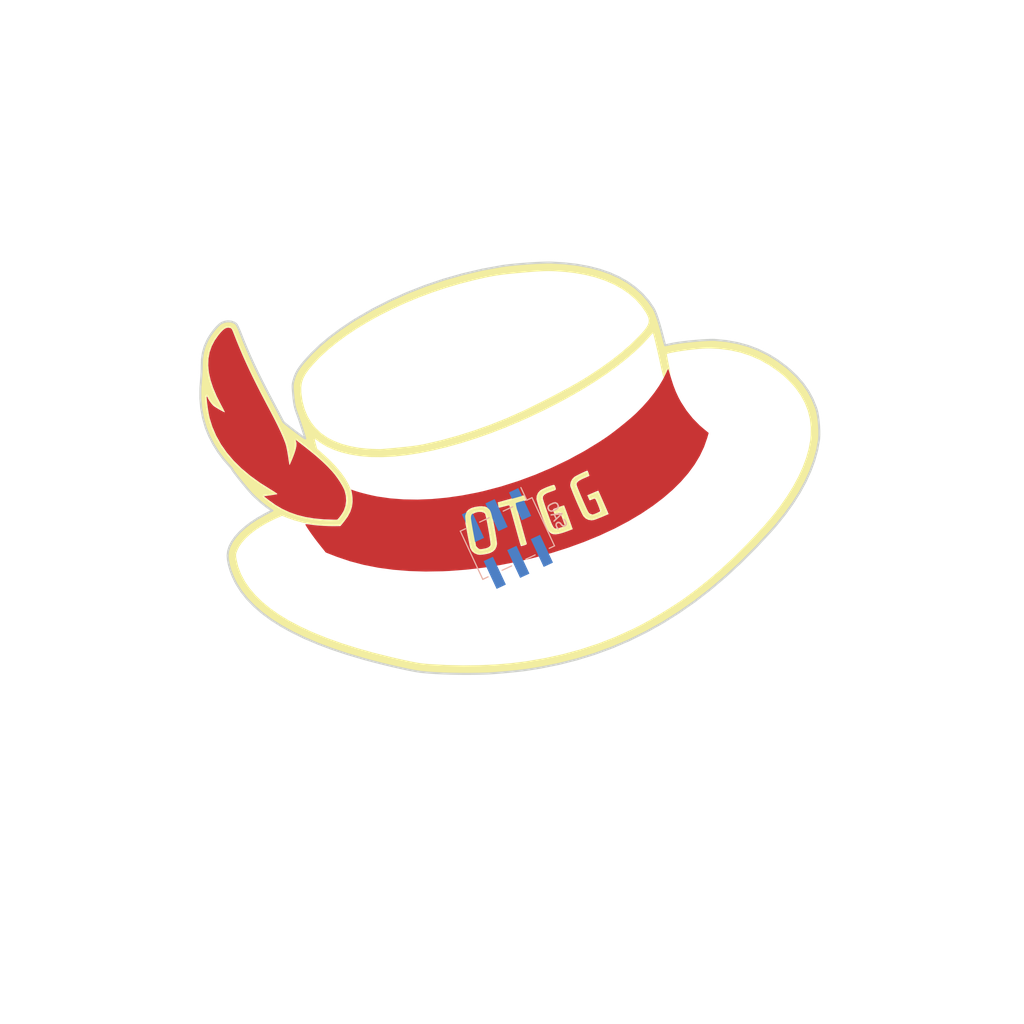
<source format=kicad_pcb>
(kicad_pcb (version 20221018) (generator pcbnew)
  (layers (0 "F.Cu" signal) (31 "B.Cu" signal) (34 "B.Paste" user) (35 "F.Paste" user) (36 "B.SilkS" user "B.Silkscreen") (37 "F.SilkS" user "F.Silkscreen") (38 "B.Mask" user) (39 "F.Mask" user) (44 "Edge.Cuts" user))
  (net 0 "")
  (footprint "LOGO" (layer "F.Cu") (at 150.22 95.66 5)
    (fp_text reference "G***" hide)
    (fp_text value "LOGO" hide)
    (fp_poly (pts (xy -3.577396 4.031966) (xy -3.386388 4.10255) (xy -3.260683 4.217419) (xy -3.25343 4.230067) (xy -3.228474 4.319986) (xy -3.199087 4.495494) (xy -3.16671 4.74) (xy -3.132784 5.036914) (xy -3.098748 5.369644) (xy -3.066043 5.7216) (xy -3.036111 6.076189) (xy -3.010391 6.416823) (xy -2.990324 6.726908) (xy -2.97735 6.989855) (xy -2.97291 7.189073) (xy -2.978445 7.307969) (xy -2.984253 7.330274) (xy -3.087443 7.458773) (xy -3.247241 7.547627) (xy -3.481126 7.604302) (xy -3.67941 7.627275) (xy -3.882811 7.642597) (xy -4.012656 7.641577) (xy -4.099709 7.617239) (xy -4.174737 7.562612) (xy -4.23869 7.500501) (xy -4.338076 7.384958) (xy -4.394397 7.288153) (xy -4.399175 7.265303) (xy -4.403936 7.194813) (xy -4.417347 7.03465) (xy -4.438103 6.79941) (xy -4.464898 6.50369) (xy -4.496426 6.162084) (xy -4.528847 5.816038) (xy -4.567968 5.394411) (xy -4.596665 5.064132) (xy -4.615401 4.812374) (xy -4.62464 4.626309) (xy -4.624844 4.493112) (xy -4.616476 4.399954) (xy -4.599999 4.334008) (xy -4.583687 4.29678) (xy -4.464003 4.165887) (xy -4.277009 4.072629) (xy -4.049228 4.018336) (xy -3.807183 4.004338)) (fill solid) (layer "F.Cu"))
    (fp_poly (pts (xy -26.640282 -16.07297) (xy -26.479953 -16.027979) (xy -26.403583 -15.980943) (xy -26.341574 -15.891293) (xy -26.281069 -15.736033) (xy -26.238439 -15.595918) (xy -26.009651 -14.819053) (xy -25.778513 -14.070659) (xy -25.539898 -13.33674) (xy -25.288682 -12.603298) (xy -25.019739 -11.856338) (xy -24.727943 -11.081863) (xy -24.408168 -10.265876) (xy -24.055289 -9.394381) (xy -23.664181 -8.453381) (xy -23.355938 -7.724742) (xy -23.007776 -6.890671) (xy -22.711942 -6.147166) (xy -22.468383 -5.494087) (xy -22.277049 -4.931295) (xy -22.13789 -4.45865) (xy -22.073254 -4.189691) (xy -22.039966 -3.991596) (xy -22.006438 -3.720559) (xy -21.976028 -3.408315) (xy -21.952099 -3.086603) (xy -21.946839 -2.995833) (xy -21.930565 -2.717547) (xy -21.914087 -2.478289) (xy -21.898882 -2.296625) (xy -21.886424 -2.191124) (xy -21.881418 -2.172415) (xy -21.851473 -2.208812) (xy -21.783104 -2.323794) (xy -21.684716 -2.502255) (xy -21.564717 -2.729092) (xy -21.479309 -2.894933) (xy -21.274849 -3.319135) (xy -21.13161 -3.673064) (xy -21.046065 -3.968782) (xy -21.014692 -4.218352) (xy -21.032194 -4.425361) (xy -21.064214 -4.582474) (xy -20.862313 -4.396713) (xy -20.305581 -3.880453) (xy -19.820009 -3.4208) (xy -19.395968 -3.007698) (xy -19.02383 -2.631091) (xy -18.693965 -2.280921) (xy -18.396745 -1.947134) (xy -18.12254 -1.619672) (xy -17.861722 -1.288479) (xy -17.769051 -1.166134) (xy -17.543975 -0.842573) (xy -17.32171 -0.480647) (xy -17.115321 -0.10525) (xy -16.937874 0.258721) (xy -16.802433 0.586375) (xy -16.732088 0.809663) (xy -16.658311 1.295861) (xy -16.674212 1.783182) (xy -16.776493 2.250683) (xy -16.961857 2.67742) (xy -17.048094 2.816741) (xy -17.179079 2.99629) (xy -17.326939 3.177244) (xy -17.474398 3.341003) (xy -17.604182 3.468964) (xy -17.699015 3.542529) (xy -17.731744 3.552856) (xy -17.812988 3.542529) (xy -17.947038 3.528482) (xy -17.963299 3.526909) (xy -18.981335 3.403351) (xy -19.912638 3.234243) (xy -20.766484 3.015902) (xy -21.55215 2.744645) (xy -22.278913 2.41679) (xy -22.956051 2.028655) (xy -23.59284 1.576556) (xy -24.198556 1.056811) (xy -24.207989 1.047979) (xy -24.63716 0.645587) (xy -23.996448 0.613372) (xy -23.745265 0.598445) (xy -23.531363 0.581429) (xy -23.376988 0.56439) (xy -23.304385 0.549396) (xy -23.303729 0.549016) (xy -23.325524 0.509362) (xy -23.420108 0.421445) (xy -23.574033 0.296453) (xy -23.773854 0.145576) (xy -23.886135 0.064381) (xy -24.888149 -0.695802) (xy -25.787519 -1.474086) (xy -26.58493 -2.271421) (xy -27.281067 -3.08876) (xy -27.876615 -3.927055) (xy -28.372259 -4.787258) (xy -28.768684 -5.670321) (xy -29.066576 -6.577197) (xy -29.245781 -7.38433) (xy -29.278565 -7.608515) (xy -29.30778 -7.87624) (xy -29.332723 -8.17058) (xy -29.352691 -8.474616) (xy -29.366984 -8.771426) (xy -29.374899 -9.044087) (xy -29.375733 -9.275679) (xy -29.368786 -9.449278) (xy -29.353354 -9.547965) (xy -29.336163 -9.562879) (xy -29.279454 -9.487732) (xy -29.275422 -9.462992) (xy -29.245866 -9.343943) (xy -29.168547 -9.171899) (xy -29.06033 -8.976292) (xy -28.938078 -8.786556) (xy -28.818654 -8.632125) (xy -28.771058 -8.582671) (xy -28.650837 -8.480371) (xy -28.488419 -8.355568) (xy -28.303595 -8.221789) (xy -28.116155 -8.092561) (xy -27.945889 -7.981414) (xy -27.812587 -7.901875) (xy -27.736039 -7.867471) (xy -27.726361 -7.868552) (xy -27.7387 -7.92146) (xy -27.787127 -8.052902) (xy -27.864879 -8.245837) (xy -27.965191 -8.483222) (xy -28.024349 -8.619311) (xy -28.384734 -9.512538) (xy -28.657311 -10.351435) (xy -28.841939 -11.138985) (xy -28.938481 -11.878171) (xy -28.946797 -12.571977) (xy -28.866749 -13.223385) (xy -28.698198 -13.835379) (xy -28.441005 -14.410942) (xy -28.095031 -14.953058) (xy -27.708261 -15.414163) (xy -27.432504 -15.693399) (xy -27.2013 -15.892165) (xy -27.001176 -16.017194) (xy -26.81866 -16.075218)) (fill solid) (layer "F.Cu"))
    (fp_poly (pts (xy 15.83027 -8.293793) (xy 15.849448 -8.229276) (xy 15.884402 -8.080378) (xy 15.931076 -7.865568) (xy 15.985413 -7.603311) (xy 16.021524 -7.423199) (xy 16.184315 -6.694824) (xy 16.371547 -6.04189) (xy 16.592119 -5.436254) (xy 16.797484 -4.969165) (xy 17.263407 -4.091503) (xy 17.796447 -3.290114) (xy 18.403008 -2.55592) (xy 18.758224 -2.189233) (xy 19.223847 -1.733725) (xy 19.045269 -1.271327) (xy 18.659244 -0.415012) (xy 18.171764 0.418652) (xy 17.58385 1.228679) (xy 16.896523 2.014083) (xy 16.110806 2.773878) (xy 15.22772 3.507081) (xy 14.248285 4.212704) (xy 13.173524 4.889764) (xy 12.004459 5.537274) (xy 11.966804 5.556821) (xy 10.634718 6.199233) (xy 9.219806 6.791167) (xy 7.732079 7.330648) (xy 6.181547 7.815698) (xy 4.578222 8.244341) (xy 2.932115 8.614598) (xy 1.253237 8.924492) (xy -0.448402 9.172048) (xy -2.16279 9.355286) (xy -3.879916 9.472232) (xy -5.589769 9.520906) (xy -7.282339 9.499333) (xy -7.871178 9.474703) (xy -9.545927 9.35472) (xy -11.148422 9.164644) (xy -12.677521 8.904739) (xy -14.132083 8.575268) (xy -15.510969 8.176495) (xy -16.813037 7.708681) (xy -18.037146 7.172091) (xy -18.201153 7.09203) (xy -19.093646 6.650689) (xy -19.676005 5.773695) (xy -19.877252 5.464051) (xy -20.078723 5.142202) (xy -20.272399 4.822168) (xy -20.424648 4.561774) (xy -5.26416 4.561774) (xy -5.259877 4.713922) (xy -5.246801 4.917114) (xy -5.224596 5.185211) (xy -5.192929 5.532075) (xy -5.158822 5.89391) (xy -5.121327 6.277884) (xy -5.084349 6.634829) (xy -5.049658 6.94928) (xy -5.019023 7.20577) (xy -4.994212 7.388834) (xy -4.977025 7.482908) (xy -4.844697 7.765048) (xy -4.629905 7.985128) (xy -4.337847 8.138414) (xy -4.215876 8.176052) (xy -4.060133 8.195032) (xy -3.837133 8.195836) (xy -3.582374 8.180604) (xy -3.331351 8.151478) (xy -3.119562 8.1106) (xy -3.116082 8.109706) (xy -2.799945 7.984444) (xy -2.563286 7.791308) (xy -2.403726 7.52777) (xy -2.332248 7.277152) (xy -2.327738 7.171366) (xy -2.333934 6.979002) (xy -2.349213 6.717498) (xy -2.37195 6.404289) (xy -2.400522 6.056812) (xy -2.433306 5.692504) (xy -2.468677 5.328801) (xy -2.505011 4.983141) (xy -2.540685 4.672958) (xy -2.574076 4.415691) (xy -2.603559 4.228775) (xy -2.624642 4.13732) (xy -2.757435 3.858677) (xy -2.944936 3.657581) (xy -3.196453 3.528308) (xy -3.521294 3.465137) (xy -3.732307 3.456495) (xy -4.184162 3.482196) (xy -4.549824 3.56115) (xy -4.834879 3.696135) (xy -5.044911 3.889928) (xy -5.185506 4.145306) (xy -5.200049 4.186379) (xy -5.227593 4.272971) (xy -5.247683 4.35516) (xy -5.259984 4.446807) (xy -5.26416 4.561774) (xy -20.424648 4.561774) (xy -20.450261 4.517967) (xy -20.604288 4.243618) (xy -20.726463 4.013141) (xy -20.808764 3.840555) (xy -20.843172 3.739878) (xy -20.843711 3.732418) (xy -20.795941 3.717914) (xy -20.660791 3.734007) (xy -20.450506 3.778945) (xy -20.359278 3.801716) (xy -20.009688 3.8811) (xy -19.587264 3.960206) (xy -19.123815 4.034196) (xy -18.65115 4.09823) (xy -18.201077 4.14747) (xy -17.949526 4.168294) (xy -17.438227 4.204141) (xy -17.033031 3.78977) (xy -16.639788 3.337652) (xy -16.569731 3.229372) (xy -1.911546 3.229372) (xy -1.897918 3.483125) (xy -1.885751 3.635304) (xy -1.870099 3.737492) (xy -1.861935 3.759234) (xy -1.804189 3.760075) (xy -1.66692 3.744215) (xy -1.473472 3.714684) (xy -1.336602 3.691027) (xy -1.120814 3.654359) (xy -0.947506 3.629037) (xy -0.83975 3.618204) (xy -0.81599 3.620129) (xy -0.802804 3.674342) (xy -0.773011 3.820032) (xy -0.728829 4.045638) (xy -0.672472 4.339599) (xy -0.606157 4.690354) (xy -0.532101 5.086343) (xy -0.452518 5.516004) (xy -0.450831 5.525155) (xy -0.353081 6.055639) (xy -0.272556 6.492247) (xy -0.207361 6.844086) (xy -0.155599 7.120262) (xy -0.115375 7.329881) (xy -0.084795 7.48205) (xy -0.061961 7.585875) (xy -0.044979 7.650463) (xy -0.031953 7.684919) (xy -0.020987 7.698351) (xy -0.010185 7.699864) (xy 0.001584 7.698557) (xy 0.075396 7.688295) (xy 0.214332 7.662044) (xy 0.314713 7.641189) (xy 0.470024 7.603764) (xy 0.545129 7.565999) (xy 0.562914 7.509026) (xy 0.552922 7.444797) (xy 0.526211 7.311213) (xy 0.485631 7.099464) (xy 0.433724 6.82352) (xy 0.373036 6.497348) (xy 0.306111 6.134916) (xy 0.235493 5.750194) (xy 0.163726 5.357148) (xy 0.093354 4.969748) (xy 0.026921 4.601962) (xy -0.033027 4.267757) (xy -0.083949 3.981102) (xy -0.123298 3.755966) (xy -0.148531 3.606316) (xy -0.157113 3.546514) (xy -0.125312 3.502066) (xy -0.021797 3.458906) (xy 0.165597 3.412969) (xy 0.346712 3.378148) (xy 0.850538 3.287432) (xy 0.842231 3.226825) (xy 1.885361 3.226825) (xy 1.899882 3.362941) (xy 1.940313 3.581435) (xy 2.001955 3.864515) (xy 2.080113 4.194389) (xy 2.170086 4.553264) (xy 2.267178 4.923349) (xy 2.366692 5.286851) (xy 2.463928 5.625978) (xy 2.55419 5.922938) (xy 2.63278 6.159938) (xy 2.694999 6.319187) (xy 2.709757 6.349115) (xy 2.84996 6.562547) (xy 3.014085 6.714851) (xy 3.214234 6.808294) (xy 3.462513 6.84514) (xy 3.771023 6.827655) (xy 4.15187 6.758105) (xy 4.471208 6.678791) (xy 4.720635 6.611198) (xy 4.930304 6.552779) (xy 5.081174 6.508959) (xy 5.154205 6.485164) (xy 5.157994 6.483088) (xy 5.148637 6.430908) (xy 5.116195 6.294836) (xy 5.065215 6.092012) (xy 5.000243 5.839574) (xy 4.925825 5.554663) (xy 4.846506 5.254419) (xy 4.766832 4.955982) (xy 4.69135 4.67649) (xy 4.624605 4.433085) (xy 4.571144 4.242905) (xy 4.535512 4.123091) (xy 4.523203 4.089695) (xy 4.469665 4.094153) (xy 4.340779 4.120233) (xy 4.16211 4.161494) (xy 3.959224 4.211498) (xy 3.757686 4.263806) (xy 3.583061 4.311978) (xy 3.460916 4.349575) (xy 3.417709 4.368133) (xy 3.411756 4.431238) (xy 3.42864 4.551832) (xy 3.459846 4.687462) (xy 3.496859 4.795679) (xy 3.507546 4.816008) (xy 3.55424 4.854388) (xy 3.643055 4.856203) (xy 3.797948 4.823346) (xy 3.946081 4.791651) (xy 4.046725 4.780583) (xy 4.069245 4.784984) (xy 4.089838 4.839447) (xy 4.130129 4.970308) (xy 4.183786 5.154677) (xy 4.244481 5.369662) (xy 4.305881 5.592374) (xy 4.361656 5.79992) (xy 4.405477 5.969412) (xy 4.431011 6.077957) (xy 4.43446 6.105561) (xy 4.34624 6.136873) (xy 4.190857 6.178007) (xy 4.004359 6.220931) (xy 3.822793 6.257615) (xy 3.682207 6.280027) (xy 3.636358 6.283372) (xy 3.53565 6.277774) (xy 3.451212 6.255579) (xy 3.377793 6.206172) (xy 3.310138 6.118937) (xy 3.242996 5.983258) (xy 3.171114 5.78852) (xy 3.089239 5.524108) (xy 2.992118 5.179406) (xy 2.874499 4.743798) (xy 2.87443 4.743543) (xy 2.777589 4.375157) (xy 2.690579 4.032024) (xy 2.617052 3.729543) (xy 2.560663 3.483112) (xy 2.525063 3.308129) (xy 2.513815 3.223567) (xy 2.554107 3.043127) (xy 2.679358 2.896916) (xy 2.896125 2.779374) (xy 3.123981 2.706352) (xy 3.339016 2.65003) (xy 3.543658 2.596472) (xy 3.679072 2.561069) (xy 3.80123 2.521077) (xy 3.859337 2.465275) (xy 3.863399 2.366506) (xy 3.82957 2.223602) (xy 5.289485 2.223602) (xy 5.306571 2.333366) (xy 5.354218 2.525089) (xy 5.427015 2.782359) (xy 5.519546 3.088767) (xy 5.626398 3.427899) (xy 5.742158 3.783347) (xy 5.861412 4.138697) (xy 5.978745 4.47754) (xy 6.088745 4.783463) (xy 6.185998 5.040057) (xy 6.265089 5.23091) (xy 6.313905 5.329038) (xy 6.5082 5.555512) (xy 6.764307 5.710224) (xy 7.058818 5.782309) (xy 7.279588 5.777212) (xy 7.398934 5.751622) (xy 7.591754 5.699901) (xy 7.832262 5.629352) (xy 8.09467 5.54728) (xy 8.117526 5.539887) (xy 8.361454 5.46029) (xy 8.566317 5.392534) (xy 8.713168 5.342952) (xy 8.783065 5.317878) (xy 8.786146 5.316359) (xy 8.772932 5.267312) (xy 8.73132 5.135829) (xy 8.666917 4.938541) (xy 8.585327 4.692081) (xy 8.492158 4.413081) (xy 8.393015 4.118175) (xy 8.293503 3.823994) (xy 8.199228 3.547171) (xy 8.115797 3.304338) (xy 8.048815 3.112128) (xy 8.003888 2.987173) (xy 7.987417 2.946532) (xy 7.937718 2.957108) (xy 7.809108 2.99526) (xy 7.621815 3.054759) (xy 7.424172 3.119947) (xy 6.869163 3.305799) (xy 6.951034 3.551353) (xy 7.001309 3.696896) (xy 7.038323 3.79454) (xy 7.048666 3.81589) (xy 7.102617 3.811429) (xy 7.223176 3.779165) (xy 7.313118 3.750135) (xy 7.462377 3.708711) (xy 7.56893 3.69649) (xy 7.597475 3.704967) (xy 7.637445 3.780758) (xy 7.693935 3.92728) (xy 7.759834 4.120916) (xy 7.828031 4.33805) (xy 7.891416 4.555065) (xy 7.942879 4.748344) (xy 7.975308 4.89427) (xy 7.981593 4.969227) (xy 7.979371 4.973385) (xy 7.909821 5.009299) (xy 7.769879 5.064519) (xy 7.589212 5.127379) (xy 7.580668 5.130177) (xy 7.393989 5.189108) (xy 7.273001 5.215939) (xy 7.184091 5.211879) (xy 7.093647 5.178135) (xy 7.035834 5.149752) (xy 6.978545 5.119179) (xy 6.929682 5.083106) (xy 6.883993 5.02982) (xy 6.836227 4.94761) (xy 6.781132 4.824765) (xy 6.713457 4.649573) (xy 6.62795 4.410324) (xy 6.519358 4.095305) (xy 6.382432 3.692806) (xy 6.382214 3.692165) (xy 6.260079 3.327354) (xy 6.149974 2.988664) (xy 6.056352 2.690593) (xy 5.983666 2.447637) (xy 5.93637 2.274291) (xy 5.918919 2.185052) (xy 5.918904 2.184114) (xy 5.947117 2.046543) (xy 6.040781 1.925073) (xy 6.2105 1.811908) (xy 6.466879 1.699248) (xy 6.680367 1.62413) (xy 6.899254 1.55115) (xy 7.080078 1.489461) (xy 7.200297 1.446835) (xy 7.236814 1.432235) (xy 7.237825 1.379676) (xy 7.215158 1.264427) (xy 7.178431 1.123108) (xy 7.137262 0.992338) (xy 7.10127 0.908738) (xy 7.098087 0.904058) (xy 7.042753 0.908639) (xy 6.912522 0.945796) (xy 6.729009 1.007416) (xy 6.513832 1.085386) (xy 6.288608 1.171591) (xy 6.074954 1.257919) (xy 5.894488 1.336254) (xy 5.768827 1.398484) (xy 5.748411 1.410636) (xy 5.527109 1.60677) (xy 5.36975 1.860691) (xy 5.293794 2.141475) (xy 5.289485 2.223602) (xy 3.82957 2.223602) (xy 3.823418 2.197616) (xy 3.818931 2.181393) (xy 3.777155 2.053295) (xy 3.725574 2.002698) (xy 3.62911 2.005453) (xy 3.576944 2.014799) (xy 3.315957 2.073474) (xy 3.032588 2.152921) (xy 2.756235 2.243341) (xy 2.516295 2.334937) (xy 2.342165 2.417911) (xy 2.312076 2.436348) (xy 2.084376 2.64651) (xy 1.938639 2.913009) (xy 1.885419 3.216298) (xy 1.885361 3.226825) (xy 0.842231 3.226825) (xy 0.81755 3.04676) (xy 0.790073 2.89606) (xy 0.758691 2.792933) (xy 0.745786 2.7722) (xy 0.685795 2.772264) (xy 0.537171 2.790105) (xy 0.314096 2.823497) (xy 0.030749 2.870214) (xy -0.298686 2.928028) (xy -0.602268 2.983843) (xy -1.911546 3.229372) (xy -16.569731 3.229372) (xy -16.346448 2.884269) (xy -16.148519 2.419804) (xy -16.041513 1.934438) (xy -16.018266 1.570912) (xy -16.02161 1.336587) (xy -16.032522 1.117248) (xy -16.048819 0.953341) (xy -16.05288 0.928902) (xy -16.089769 0.732269) (xy -15.74703 0.886045) (xy -15.483906 0.995822) (xy -15.147959 1.123644) (xy -14.767356 1.259765) (xy -14.370263 1.394442) (xy -13.984846 1.517931) (xy -13.639272 1.620485) (xy -13.564123 1.641245) (xy -12.342922 1.926339) (xy -11.053542 2.13876) (xy -9.703496 2.278236) (xy -8.300295 2.344495) (xy -6.851453 2.337265) (xy -5.364482 2.256273) (xy -3.846893 2.101246) (xy -3.218807 2.0164) (xy -1.489285 1.720339) (xy 0.245772 1.333334) (xy 1.972253 0.860152) (xy 3.676051 0.305561) (xy 5.343057 -0.325673) (xy 6.959161 -1.028783) (xy 8.510255 -1.799001) (xy 9.21732 -2.185378) (xy 9.570754 -2.392694) (xy 9.979098 -2.645696) (xy 10.420836 -2.929944) (xy 10.874456 -3.230997) (xy 11.318444 -3.534417) (xy 11.731286 -3.825761) (xy 12.091467 -4.09059) (xy 12.320626 -4.268349) (xy 13.019574 -4.860775) (xy 13.670694 -5.476599) (xy 14.263873 -6.104418) (xy 14.788999 -6.732834) (xy 15.235959 -7.350446) (xy 15.594642 -7.945854) (xy 15.612577 -7.979567) (xy 15.704591 -8.142393) (xy 15.779796 -8.254422) (xy 15.825022 -8.29664)) (fill solid) (layer "F.Cu"))
    (fp_poly (pts (xy 2.396304 -19.787608) (xy 2.958238 -19.781618) (xy 3.515591 -19.769964) (xy 4.048804 -19.752966) (xy 4.538317 -19.730945) (xy 4.964572 -19.70422) (xy 5.308009 -19.673112) (xy 5.341856 -19.669203) (xy 6.637641 -19.480093) (xy 7.849297 -19.230685) (xy 8.976575 -18.921118) (xy 10.019227 -18.551531) (xy 10.977004 -18.122061) (xy 11.849658 -17.632846) (xy 12.63694 -17.084025) (xy 13.338603 -16.475736) (xy 13.954398 -15.808117) (xy 14.484077 -15.081305) (xy 14.897652 -14.355409) (xy 15.005604 -14.098898) (xy 15.115325 -13.755397) (xy 15.227668 -13.321338) (xy 15.343484 -12.793154) (xy 15.463624 -12.167275) (xy 15.579658 -11.496355) (xy 15.627015 -11.214134) (xy 15.668998 -10.970942) (xy 15.702483 -10.784325) (xy 15.724346 -10.671828) (xy 15.730927 -10.646668) (xy 15.78452 -10.648455) (xy 15.921748 -10.66245) (xy 16.122509 -10.686381) (xy 16.366701 -10.717974) (xy 16.395186 -10.721797) (xy 16.679835 -10.751343) (xy 17.042582 -10.77546) (xy 17.464388 -10.794047) (xy 17.926215 -10.807003) (xy 18.409027 -10.814227) (xy 18.893784 -10.815617) (xy 19.361451 -10.811072) (xy 19.792987 -10.800491) (xy 20.169357 -10.783773) (xy 20.471523 -10.760816) (xy 20.608042 -10.744192) (xy 21.744916 -10.530455) (xy 22.815115 -10.237846) (xy 23.823702 -9.863806) (xy 24.775743 -9.40578) (xy 25.676303 -8.861209) (xy 26.530449 -8.227536) (xy 27.343246 -7.502204) (xy 27.65944 -7.184255) (xy 28.29829 -6.459807) (xy 28.83669 -5.716632) (xy 29.278209 -4.948303) (xy 29.626417 -4.148395) (xy 29.88488 -3.310479) (xy 29.939551 -3.077756) (xy 29.989952 -2.761339) (xy 30.022764 -2.369055) (xy 30.03824 -1.928252) (xy 30.03663 -1.466274) (xy 30.018185 -1.010467) (xy 29.983157 -0.588179) (xy 29.931795 -0.226753) (xy 29.912504 -0.130928) (xy 29.6476 0.844807) (xy 29.280656 1.830303) (xy 28.813595 2.822568) (xy 28.248341 3.81861) (xy 27.586818 4.815439) (xy 26.830948 5.810062) (xy 25.982656 6.799489) (xy 25.043863 7.780727) (xy 24.469964 8.334313) (xy 22.868451 9.784094) (xy 21.264796 11.130456) (xy 19.656121 12.374719) (xy 18.039548 13.518201) (xy 16.412198 14.562223) (xy 14.771193 15.508105) (xy 13.113655 16.357166) (xy 11.436705 17.110727) (xy 9.737464 17.770108) (xy 8.013056 18.336628) (xy 6.2606 18.811608) (xy 4.477219 19.196366) (xy 2.660034 19.492224) (xy 0.806168 19.700501) (xy -0.523711 19.795375) (xy -0.843408 19.809238) (xy -1.238162 19.820536) (xy -1.6868 19.829169) (xy -2.168148 19.83504) (xy -2.661034 19.838049) (xy -3.144283 19.838098) (xy -3.596723 19.835088) (xy -3.99718 19.828921) (xy -4.324481 19.819497) (xy -4.451546 19.813672) (xy -5.319935 19.759727) (xy -6.199499 19.692065) (xy -7.073979 19.612526) (xy -7.927112 19.522951) (xy -8.742639 19.425183) (xy -9.504299 19.321061) (xy -10.195831 19.212428) (xy -10.800976 19.101124) (xy -10.871716 19.086707) (xy -11.170477 19.016832) (xy -11.55391 18.914086) (xy -12.008755 18.782741) (xy -12.521746 18.627069) (xy -13.079624 18.451341) (xy -13.669124 18.259831) (xy -14.276984 18.056809) (xy -14.889942 17.846548) (xy -15.494736 17.633321) (xy -16.078103 17.421398) (xy -16.313608 17.333781) (xy -17.861015 16.725964) (xy -19.305022 16.101509) (xy -20.645644 15.460407) (xy -21.882895 14.802646) (xy -23.016788 14.128216) (xy -24.04734 13.437107) (xy -24.974562 12.729308) (xy -25.798471 12.004809) (xy -26.51908 11.2636) (xy -27.136404 10.505669) (xy -27.650457 9.731007) (xy -28.061253 8.939603) (xy -28.168134 8.68964) (xy -28.371606 8.12772) (xy -28.528842 7.564841) (xy -28.635543 7.022516) (xy -28.687414 6.522255) (xy -28.682673 6.113518) (xy -28.594591 5.673421) (xy -28.406894 5.230438) (xy -28.124453 4.789014) (xy -27.752138 4.353594) (xy -27.294819 3.928626) (xy -26.757367 3.518553) (xy -26.144652 3.127822) (xy -25.461544 2.760879) (xy -24.712915 2.422169) (xy -24.578663 2.367386) (xy -23.940625 2.111017) (xy -24.209938 1.90654) (xy -24.432759 1.721902) (xy -24.69976 1.476306) (xy -24.990046 1.190864) (xy -25.282723 0.886694) (xy -25.556898 0.58491) (xy -25.78557 0.314227) (xy -25.916156 0.144934) (xy -26.076875 -0.074412) (xy -26.259293 -0.331173) (xy -26.454974 -0.612714) (xy -26.655484 -0.906397) (xy -26.852388 -1.199587) (xy -27.03725 -1.479646) (xy -27.201637 -1.733938) (xy -27.337113 -1.949827) (xy -27.435244 -2.114675) (xy -27.487594 -2.215847) (xy -27.49201 -2.24225) (xy -27.501978 -2.287014) (xy -27.567008 -2.391469) (xy -27.674183 -2.535615) (xy -27.711853 -2.582663) (xy -28.236215 -3.291655) (xy -28.709467 -4.060692) (xy -29.11995 -4.86666) (xy -29.456001 -5.686446) (xy -29.70596 -6.496935) (xy -29.724797 -6.572577) (xy -29.907509 -7.513732) (xy -29.997973 -8.465538) (xy -29.99628 -9.438454) (xy -29.902518 -10.442939) (xy -29.764584 -11.259794) (xy -29.706349 -11.586849) (xy -29.652685 -11.951802) (xy -29.610682 -12.303085) (xy -29.591772 -12.516701) (xy -29.509276 -13.215609) (xy -29.360463 -13.848066) (xy -29.139027 -14.433463) (xy -28.838665 -14.991195) (xy -28.735222 -15.151541) (xy -28.510804 -15.459716) (xy -28.255904 -15.764541) (xy -27.98816 -16.048265) (xy -27.725213 -16.293133) (xy -27.484701 -16.481392) (xy -27.313355 -16.58259) (xy -26.99918 -16.682028) (xy -26.670725 -16.7047) (xy -26.353449 -16.654211) (xy -26.072814 -16.534164) (xy -25.881959 -16.379973) (xy -25.810572 -16.261754) (xy -25.721033 -16.04229) (xy -25.613111 -15.720955) (xy -25.504332 -15.358896) (xy -25.27561 -14.589991) (xy -25.036925 -13.834191) (xy -24.782907 -13.076857) (xy -24.508183 -12.303349) (xy -24.207384 -11.499029) (xy -23.875137 -10.649255) (xy -23.506073 -9.739388) (xy -23.09482 -8.754789) (xy -22.995154 -8.519645) (xy -22.813543 -8.091472) (xy -22.643882 -7.690056) (xy -22.490768 -7.326381) (xy -22.358798 -7.011428) (xy -22.252569 -6.75618) (xy -22.17668 -6.571619) (xy -22.135727 -6.468728) (xy -22.130606 -6.454389) (xy -22.08656 -6.397966) (xy -21.978587 -6.286505) (xy -21.819158 -6.131314) (xy -21.62074 -5.943702) (xy -21.395805 -5.734976) (xy -21.156822 -5.516445) (xy -20.91626 -5.299417) (xy -20.686589 -5.095201) (xy -20.480278 -4.915104) (xy -20.309797 -4.770435) (xy -20.187617 -4.672502) (xy -20.126205 -4.632614) (xy -20.121983 -4.632842) (xy -20.128566 -4.685516) (xy -20.155586 -4.82203) (xy -20.198925 -5.024402) (xy -20.25446 -5.274651) (xy -20.318073 -5.554794) (xy -20.385642 -5.846849) (xy -20.453048 -6.132835) (xy -20.51617 -6.394769) (xy -20.570888 -6.614668) (xy -20.611029 -6.767164) (xy -20.715943 -7.154911) (xy -20.793821 -7.471339) (xy -20.848705 -7.745154) (xy -20.884633 -8.005063) (xy -20.905645 -8.279773) (xy -20.915782 -8.597992) (xy -20.91898 -8.955464) (xy -20.919443 -9.300555) (xy -20.916732 -9.561551) (xy -20.90871 -9.759093) (xy -20.893237 -9.913823) (xy -20.868176 -10.046384) (xy -20.831389 -10.177416) (xy -20.780738 -10.327562) (xy -20.775222 -10.343299) (xy -20.631158 -10.708783) (xy -20.463934 -11.036326) (xy -20.258254 -11.34858) (xy -19.998825 -11.668199) (xy -19.670349 -12.017834) (xy -19.590622 -12.097732) (xy -18.783093 -12.844221) (xy -17.891052 -13.561898) (xy -16.910145 -14.253763) (xy -15.836016 -14.922814) (xy -14.664311 -15.572051) (xy -14.200023 -15.810442) (xy -12.521321 -16.598926) (xy -10.780953 -17.307183) (xy -8.987131 -17.93301) (xy -7.148065 -18.474208) (xy -5.271966 -18.928577) (xy -3.367044 -19.293916) (xy -1.44151 -19.568024) (xy 0.493958 -19.748531) (xy 0.878618 -19.768396) (xy 1.336935 -19.781317) (xy 1.84935 -19.787614)) (stroke (width 0.2)) (fill none) (layer "Edge.Cuts"))
  )
  (footprint "Connector_PinSocket_2.54mm:PinSocket_2x03_P2.54mm_Vertical_SMD" (layer "B.Cu") (at 149.54 102.58 115)
    (fp_text reference "SAO" (at 0 5.31 115) (layer "B.SilkS") (effects (justify mirror)))
    (fp_text value "Conn_02x03_Top_Bottom" hide)
    (pad "1" smd rect (at 2.52 2.54 115) (size 3 1) (layers "B.Cu" "B.Paste" "B.Mask"))
    (pad "2" smd rect (at -2.52 2.54 115) (size 3 1) (layers "B.Cu" "B.Paste" "B.Mask"))
    (pad "3" smd rect (at 2.52 0 115) (size 3 1) (layers "B.Cu" "B.Paste" "B.Mask"))
    (pad "4" smd rect (at -2.52 0 115) (size 3 1) (layers "B.Cu" "B.Paste" "B.Mask"))
    (pad "5" smd rect (at 2.52 -2.54 115) (size 3 1) (layers "B.Cu" "B.Paste" "B.Mask"))
    (pad "6" smd rect (at -2.52 -2.54 115) (size 3 1) (layers "B.Cu" "B.Paste" "B.Mask"))
  )
)
</source>
